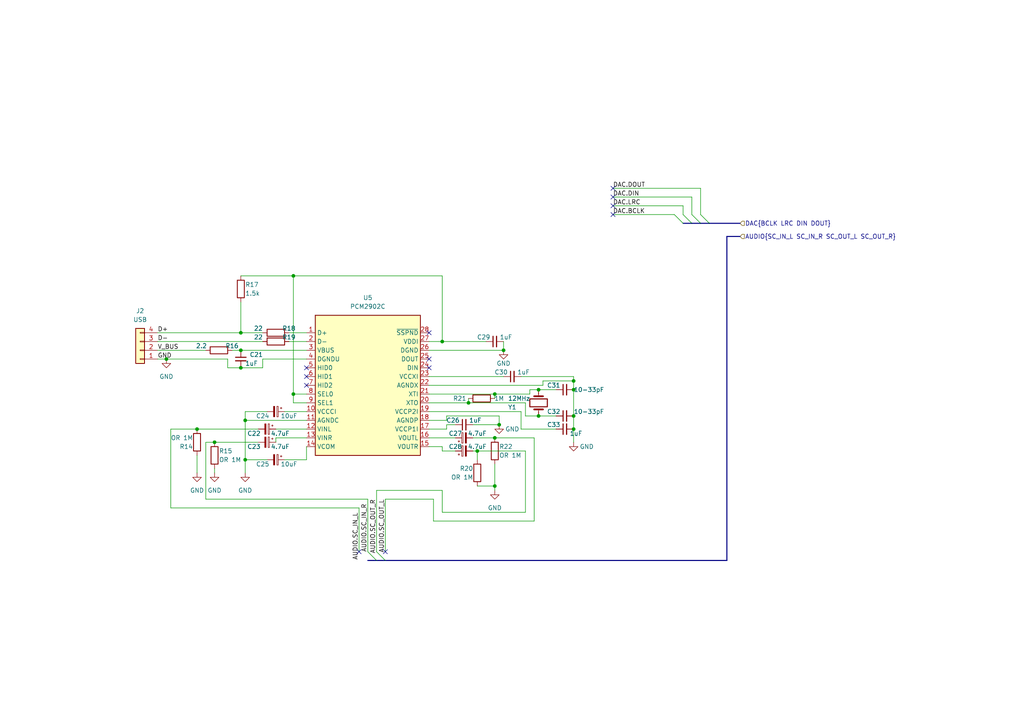
<source format=kicad_sch>
(kicad_sch (version 20211123) (generator eeschema)
  (paper "A4")
  (lib_symbols
    (symbol "Audio:PCM2902"
      (property "Reference" "U?" (at 2.0194 25.4 0))
      (property "Value" "PCM2902" (at 2.0194 22.86 0))
      (symbol "PCM2902_0_1"
        (rectangle (start -15.24 20.32) (end 15.24 -20.32) (stroke (width 0.254)) (fill (type background)))
      )
      (symbol "PCM2902_1_1"
        (pin bidirectional line (at -17.78 15.24 0) (length 2.54) (name "D+") (number "1"))
        (pin passive line (at -17.78 -7.62 0) (length 2.54) (name "VCCCI") (number "10"))
        (pin power_in line (at -17.78 -10.16 0) (length 2.54) (name "AGNDC") (number "11"))
        (pin input line (at -17.78 -12.7 0) (length 2.54) (name "VINL") (number "12"))
        (pin input line (at -17.78 -15.24 0) (length 2.54) (name "VINR") (number "13"))
        (pin passive line (at -17.78 -17.78 0) (length 2.54) (name "VCOM") (number "14"))
        (pin output line (at 17.78 -17.78 180) (length 2.54) (name "VOUTR") (number "15"))
        (pin output line (at 17.78 -15.24 180) (length 2.54) (name "VOUTL") (number "16"))
        (pin passive line (at 17.78 -12.7 180) (length 2.54) (name "VCCP1I") (number "17"))
        (pin power_in line (at 17.78 -10.16 180) (length 2.54) (name "AGNDP") (number "18"))
        (pin passive line (at 17.78 -7.62 180) (length 2.54) (name "VCCP2I") (number "19"))
        (pin bidirectional line (at -17.78 12.7 0) (length 2.54) (name "D-") (number "2"))
        (pin output line (at 17.78 -5.08 180) (length 2.54) (name "XTO") (number "20"))
        (pin input line (at 17.78 -2.54 180) (length 2.54) (name "XTI") (number "21"))
        (pin power_in line (at 17.78 0 180) (length 2.54) (name "AGNDX") (number "22"))
        (pin passive line (at 17.78 2.54 180) (length 2.54) (name "VCCXI") (number "23"))
        (pin input line (at 17.78 5.08 180) (length 2.54) (name "DIN") (number "24"))
        (pin output line (at 17.78 7.62 180) (length 2.54) (name "DOUT") (number "25"))
        (pin power_in line (at 17.78 10.16 180) (length 2.54) (name "DGND") (number "26"))
        (pin power_out line (at 17.78 12.7 180) (length 2.54) (name "VDDI") (number "27"))
        (pin output line (at 17.78 15.24 180) (length 2.54) (name "~{SSPND}") (number "28"))
        (pin power_in line (at -17.78 10.16 0) (length 2.54) (name "VBUS") (number "3"))
        (pin power_in line (at -17.78 7.62 0) (length 2.54) (name "DGNDU") (number "4"))
        (pin input line (at -17.78 5.08 0) (length 2.54) (name "HID0") (number "5"))
        (pin input line (at -17.78 2.54 0) (length 2.54) (name "HID1") (number "6"))
        (pin input line (at -17.78 0 0) (length 2.54) (name "HID2") (number "7"))
        (pin input line (at -17.78 -2.54 0) (length 2.54) (name "SEL0") (number "8"))
        (pin input line (at -17.78 -5.08 0) (length 2.54) (name "SEL1") (number "9"))
      )
    )
    (symbol "Connector_Generic:Conn_01x04" (pin_names (offset 1.016) hide)
      (property "Reference" "J" (at 0 5.08 0))
      (property "Value" "Conn_01x04" (at 0 -7.62 0))
      (symbol "Conn_01x04_1_1"
        (rectangle (start -1.27 -4.953) (end 0 -5.207) (stroke (width 0.1524)))
        (rectangle (start -1.27 -2.413) (end 0 -2.667) (stroke (width 0.1524)))
        (rectangle (start -1.27 0.127) (end 0 -0.127) (stroke (width 0.1524)))
        (rectangle (start -1.27 2.667) (end 0 2.413) (stroke (width 0.1524)))
        (rectangle (start -1.27 3.81) (end 1.27 -6.35) (stroke (width 0.254)) (fill (type background)))
        (pin passive line (at -5.08 2.54 0) (length 3.81) (name "Pin_1") (number "1"))
        (pin passive line (at -5.08 0 0) (length 3.81) (name "Pin_2") (number "2"))
        (pin passive line (at -5.08 -2.54 0) (length 3.81) (name "Pin_3") (number "3"))
        (pin passive line (at -5.08 -5.08 0) (length 3.81) (name "Pin_4") (number "4"))
      )
    )
    (symbol "Device:C_Polarized_Small" (pin_numbers hide) (pin_names (offset 0.254) hide)
      (property "Reference" "C" (at 0.254 1.778 0))
      (property "Value" "C_Polarized_Small" (at 0.254 -2.032 0))
      (symbol "C_Polarized_Small_0_1"
        (rectangle (start -1.524 -0.3048) (end 1.524 -0.6858) (fill (type outline)))
        (rectangle (start -1.524 0.6858) (end 1.524 0.3048))
        (polyline (pts (xy -1.27 1.524) (xy -0.762 1.524)))
        (polyline (pts (xy -1.016 1.27) (xy -1.016 1.778)))
      )
      (symbol "C_Polarized_Small_1_1"
        (pin passive line (at 0 2.54 270) (length 1.8542) (name "~") (number "1"))
        (pin passive line (at 0 -2.54 90) (length 1.8542) (name "~") (number "2"))
      )
    )
    (symbol "Device:C_Small" (pin_numbers hide) (pin_names (offset 0.254) hide)
      (property "Reference" "C" (at 0.254 1.778 0))
      (property "Value" "C_Small" (at 0.254 -2.032 0))
      (symbol "C_Small_0_1"
        (polyline (pts (xy -1.524 -0.508) (xy 1.524 -0.508)) (stroke (width 0.3302)))
        (polyline (pts (xy -1.524 0.508) (xy 1.524 0.508)) (stroke (width 0.3048)))
      )
      (symbol "C_Small_1_1"
        (pin passive line (at 0 2.54 270) (length 2.032) (name "~") (number "1"))
        (pin passive line (at 0 -2.54 90) (length 2.032) (name "~") (number "2"))
      )
    )
    (symbol "Device:Crystal" (pin_numbers hide) (pin_names (offset 1.016) hide)
      (property "Reference" "Y" (at 0 3.81 0))
      (property "Value" "Crystal" (at 0 -3.81 0))
      (symbol "Crystal_0_1"
        (rectangle (start -1.143 2.54) (end 1.143 -2.54) (stroke (width 0.3048)))
        (polyline (pts (xy -2.54 0) (xy -1.905 0)))
        (polyline (pts (xy -1.905 -1.27) (xy -1.905 1.27)) (stroke (width 0.508)))
        (polyline (pts (xy 1.905 -1.27) (xy 1.905 1.27)) (stroke (width 0.508)))
        (polyline (pts (xy 2.54 0) (xy 1.905 0)))
      )
      (symbol "Crystal_1_1"
        (pin passive line (at -3.81 0 0) (length 1.27) (name "1") (number "1"))
        (pin passive line (at 3.81 0 180) (length 1.27) (name "2") (number "2"))
      )
    )
    (symbol "Device:R" (pin_numbers hide) (pin_names (offset 0))
      (property "Reference" "R" (at 2.032 0 90))
      (property "Value" "R" (at 0 0 90))
      (symbol "R_0_1"
        (rectangle (start -1.016 -2.54) (end 1.016 2.54) (stroke (width 0.254)))
      )
      (symbol "R_1_1"
        (pin passive line (at 0 3.81 270) (length 1.27) (name "~") (number "1"))
        (pin passive line (at 0 -3.81 90) (length 1.27) (name "~") (number "2"))
      )
    )
    (symbol "power:GND" (power) (pin_names (offset 0))
      (property "Value" "GND" (at 0 -3.81 0))
      (symbol "GND_0_1"
        (polyline (pts (xy 0 0) (xy 0 -1.27) (xy 1.27 -1.27) (xy 0 -2.54) (xy -1.27 -1.27) (xy 0 -1.27)))
      )
      (symbol "GND_1_1"
        (pin power_in line (at 0 0 270) (length 0) hide (name "GND") (number "1"))
      )
    )
  )
  (junction (at 69.85 101.6))
  (junction (at 146.05 101.6))
  (junction (at 71.12 121.92))
  (junction (at 143.51 114.3))
  (junction (at 143.51 140.97))
  (junction (at 144.78 123.19))
  (junction (at 62.23 128.27))
  (junction (at 138.43 130.81))
  (junction (at 135.89 116.84))
  (junction (at 166.37 110.49))
  (junction (at 69.85 96.52))
  (junction (at 85.09 80.01))
  (junction (at 85.09 114.3))
  (junction (at 166.37 124.46))
  (junction (at 166.37 120.65))
  (junction (at 156.21 120.65))
  (junction (at 48.26 104.14))
  (junction (at 69.85 106.68))
  (junction (at 156.21 113.03))
  (junction (at 143.51 127))
  (junction (at 57.15 124.46))
  (junction (at 166.37 113.03))
  (junction (at 128.27 99.06))
  (junction (at 71.12 133.35))
  (no_connect (at 111.76 160.02))
  (no_connect (at 124.46 96.52))
  (no_connect (at 104.14 160.02))
  (no_connect (at 177.8 62.23))
  (no_connect (at 88.9 109.22))
  (no_connect (at 88.9 106.68))
  (no_connect (at 177.8 54.61))
  (no_connect (at 124.46 106.68))
  (no_connect (at 88.9 111.76))
  (no_connect (at 177.8 57.15))
  (no_connect (at 177.8 59.69))
  (no_connect (at 124.46 104.14))
  (bus_entry (at 203.2 64.77) (size -2.54 -2.54))
  (bus_entry (at 198.12 64.77) (size -2.54 -2.54))
  (bus_entry (at 200.66 64.77) (size -2.54 -2.54))
  (bus_entry (at 205.74 64.77) (size -2.54 -2.54))
  (bus_entry (at 109.22 162.56) (size -2.54 -2.54))
  (bus_entry (at 111.76 162.56) (size -2.54 -2.54))
  (wire (pts (xy 129.54 124.46) (xy 129.54 123.19)))
  (wire (pts (xy 59.69 128.27) (xy 59.69 144.78)))
  (wire (pts (xy 66.04 106.68) (xy 69.85 106.68)))
  (bus (pts (xy 198.12 64.77) (xy 200.66 64.77)))
  (wire (pts (xy 45.72 96.52) (xy 69.85 96.52)))
  (wire (pts (xy 124.46 111.76) (xy 157.48 111.76)))
  (wire (pts (xy 124.46 129.54) (xy 128.27 129.54)))
  (bus (pts (xy 111.76 162.56) (xy 109.22 162.56)))
  (wire (pts (xy 76.2 104.14) (xy 88.9 104.14)))
  (wire (pts (xy 151.13 124.46) (xy 161.29 124.46)))
  (wire (pts (xy 57.15 124.46) (xy 74.93 124.46)))
  (wire (pts (xy 80.01 127) (xy 88.9 127)))
  (wire (pts (xy 57.15 132.08) (xy 57.15 137.16)))
  (wire (pts (xy 152.4 130.81) (xy 152.4 148.59)))
  (wire (pts (xy 128.27 129.54) (xy 128.27 130.81)))
  (wire (pts (xy 124.46 124.46) (xy 129.54 124.46)))
  (wire (pts (xy 85.09 80.01) (xy 128.27 80.01)))
  (wire (pts (xy 129.54 121.92) (xy 129.54 120.65)))
  (wire (pts (xy 57.15 124.46) (xy 49.53 124.46)))
  (wire (pts (xy 80.01 128.27) (xy 80.01 127)))
  (wire (pts (xy 66.04 104.14) (xy 66.04 106.68)))
  (wire (pts (xy 143.51 134.62) (xy 143.51 140.97)))
  (wire (pts (xy 71.12 121.92) (xy 88.9 121.92)))
  (wire (pts (xy 69.85 80.01) (xy 85.09 80.01)))
  (wire (pts (xy 85.09 114.3) (xy 88.9 114.3)))
  (wire (pts (xy 124.46 121.92) (xy 129.54 121.92)))
  (wire (pts (xy 104.14 147.32) (xy 104.14 160.02)))
  (wire (pts (xy 85.09 114.3) (xy 85.09 116.84)))
  (wire (pts (xy 88.9 129.54) (xy 88.9 133.35)))
  (wire (pts (xy 166.37 109.22) (xy 166.37 110.49)))
  (bus (pts (xy 111.76 162.56) (xy 210.82 162.56)))
  (wire (pts (xy 88.9 116.84) (xy 85.09 116.84)))
  (wire (pts (xy 71.12 121.92) (xy 71.12 133.35)))
  (wire (pts (xy 157.48 111.76) (xy 157.48 110.49)))
  (wire (pts (xy 128.27 80.01) (xy 128.27 99.06)))
  (wire (pts (xy 166.37 113.03) (xy 166.37 120.65)))
  (wire (pts (xy 143.51 114.3) (xy 153.67 114.3)))
  (wire (pts (xy 124.46 109.22) (xy 146.05 109.22)))
  (wire (pts (xy 200.66 62.23) (xy 200.66 57.15)))
  (bus (pts (xy 109.22 162.56) (xy 106.68 162.56)))
  (wire (pts (xy 166.37 110.49) (xy 166.37 113.03)))
  (wire (pts (xy 124.46 127) (xy 132.08 127)))
  (wire (pts (xy 135.89 115.57) (xy 135.89 116.84)))
  (wire (pts (xy 49.53 147.32) (xy 104.14 147.32)))
  (wire (pts (xy 143.51 114.3) (xy 143.51 115.57)))
  (wire (pts (xy 198.12 59.69) (xy 177.8 59.69)))
  (wire (pts (xy 124.46 101.6) (xy 146.05 101.6)))
  (wire (pts (xy 125.73 151.13) (xy 154.94 151.13)))
  (wire (pts (xy 77.47 119.38) (xy 71.12 119.38)))
  (wire (pts (xy 198.12 62.23) (xy 198.12 59.69)))
  (wire (pts (xy 153.67 114.3) (xy 153.67 113.03)))
  (wire (pts (xy 157.48 110.49) (xy 166.37 110.49)))
  (wire (pts (xy 106.68 144.78) (xy 106.68 160.02)))
  (wire (pts (xy 69.85 96.52) (xy 76.2 96.52)))
  (bus (pts (xy 210.82 68.58) (xy 210.82 162.56)))
  (wire (pts (xy 156.21 120.65) (xy 161.29 120.65)))
  (wire (pts (xy 128.27 148.59) (xy 128.27 142.24)))
  (wire (pts (xy 125.73 144.78) (xy 125.73 151.13)))
  (wire (pts (xy 83.82 99.06) (xy 88.9 99.06)))
  (wire (pts (xy 138.43 130.81) (xy 152.4 130.81)))
  (bus (pts (xy 200.66 64.77) (xy 203.2 64.77)))
  (wire (pts (xy 69.85 87.63) (xy 69.85 96.52)))
  (wire (pts (xy 128.27 130.81) (xy 132.08 130.81)))
  (wire (pts (xy 166.37 120.65) (xy 166.37 124.46)))
  (wire (pts (xy 128.27 142.24) (xy 109.22 142.24)))
  (wire (pts (xy 143.51 140.97) (xy 143.51 142.24)))
  (wire (pts (xy 67.31 101.6) (xy 69.85 101.6)))
  (wire (pts (xy 152.4 120.65) (xy 156.21 120.65)))
  (wire (pts (xy 203.2 54.61) (xy 177.8 54.61)))
  (wire (pts (xy 144.78 120.65) (xy 144.78 123.19)))
  (wire (pts (xy 76.2 106.68) (xy 76.2 104.14)))
  (wire (pts (xy 83.82 96.52) (xy 88.9 96.52)))
  (wire (pts (xy 111.76 144.78) (xy 111.76 160.02)))
  (wire (pts (xy 109.22 142.24) (xy 109.22 160.02)))
  (wire (pts (xy 152.4 148.59) (xy 128.27 148.59)))
  (wire (pts (xy 69.85 106.68) (xy 76.2 106.68)))
  (wire (pts (xy 146.05 99.06) (xy 146.05 101.6)))
  (wire (pts (xy 85.09 80.01) (xy 85.09 114.3)))
  (wire (pts (xy 129.54 120.65) (xy 144.78 120.65)))
  (wire (pts (xy 71.12 133.35) (xy 77.47 133.35)))
  (wire (pts (xy 128.27 99.06) (xy 140.97 99.06)))
  (wire (pts (xy 62.23 128.27) (xy 74.93 128.27)))
  (wire (pts (xy 135.89 116.84) (xy 152.4 116.84)))
  (wire (pts (xy 153.67 113.03) (xy 156.21 113.03)))
  (wire (pts (xy 166.37 124.46) (xy 166.37 128.27)))
  (wire (pts (xy 154.94 151.13) (xy 154.94 127)))
  (wire (pts (xy 45.72 99.06) (xy 76.2 99.06)))
  (wire (pts (xy 59.69 144.78) (xy 106.68 144.78)))
  (wire (pts (xy 49.53 124.46) (xy 49.53 147.32)))
  (wire (pts (xy 124.46 99.06) (xy 128.27 99.06)))
  (bus (pts (xy 214.63 68.58) (xy 210.82 68.58)))
  (wire (pts (xy 156.21 113.03) (xy 161.29 113.03)))
  (wire (pts (xy 137.16 123.19) (xy 144.78 123.19)))
  (wire (pts (xy 177.8 62.23) (xy 195.58 62.23)))
  (wire (pts (xy 200.66 57.15) (xy 177.8 57.15)))
  (wire (pts (xy 138.43 133.35) (xy 138.43 130.81)))
  (wire (pts (xy 124.46 116.84) (xy 135.89 116.84)))
  (bus (pts (xy 203.2 64.77) (xy 205.74 64.77)))
  (bus (pts (xy 205.74 64.77) (xy 214.63 64.77)))
  (wire (pts (xy 129.54 123.19) (xy 132.08 123.19)))
  (wire (pts (xy 45.72 104.14) (xy 48.26 104.14)))
  (wire (pts (xy 152.4 116.84) (xy 152.4 120.65)))
  (wire (pts (xy 48.26 104.14) (xy 66.04 104.14)))
  (wire (pts (xy 88.9 133.35) (xy 82.55 133.35)))
  (wire (pts (xy 151.13 109.22) (xy 166.37 109.22)))
  (wire (pts (xy 80.01 124.46) (xy 88.9 124.46)))
  (wire (pts (xy 69.85 101.6) (xy 88.9 101.6)))
  (wire (pts (xy 137.16 130.81) (xy 138.43 130.81)))
  (wire (pts (xy 82.55 119.38) (xy 88.9 119.38)))
  (wire (pts (xy 124.46 119.38) (xy 151.13 119.38)))
  (wire (pts (xy 45.72 101.6) (xy 59.69 101.6)))
  (wire (pts (xy 203.2 62.23) (xy 203.2 54.61)))
  (wire (pts (xy 62.23 128.27) (xy 59.69 128.27)))
  (wire (pts (xy 138.43 140.97) (xy 143.51 140.97)))
  (wire (pts (xy 71.12 119.38) (xy 71.12 121.92)))
  (wire (pts (xy 111.76 144.78) (xy 125.73 144.78)))
  (wire (pts (xy 151.13 119.38) (xy 151.13 124.46)))
  (wire (pts (xy 143.51 127) (xy 154.94 127)))
  (wire (pts (xy 124.46 114.3) (xy 143.51 114.3)))
  (wire (pts (xy 137.16 127) (xy 143.51 127)))
  (wire (pts (xy 62.23 135.89) (xy 62.23 137.16)))
  (wire (pts (xy 71.12 133.35) (xy 71.12 137.16)))
  (label "AUDIO.SC_IN_R" (at 106.68 146.05 270))
  (label "AUDIO.SC_IN_L" (at 104.14 148.59 270))
  (label "AUDIO.SC_OUT_L" (at 111.76 144.78 270))
  (label "DAC.BCLK" (at 177.8 62.23 0))
  (label "D+" (at 45.72 96.52 0))
  (label "DAC.DIN" (at 177.8 57.15 0))
  (label "V_BUS" (at 45.72 101.6 0))
  (label "AUDIO.SC_OUT_R" (at 109.22 144.78 270))
  (label "DAC.LRC" (at 177.8 59.69 0))
  (label "D-" (at 45.72 99.06 0))
  (label "GND" (at 45.72 104.14 0))
  (label "DAC.DOUT" (at 177.8 54.61 0))
  (hierarchical_label "AUDIO{SC_IN_L SC_IN_R SC_OUT_L SC_OUT_R}" (shape input) (at 214.63 68.58 0))
  (hierarchical_label "DAC{BCLK LRC DIN DOUT}" (shape input) (at 214.63 64.77 0))
  (symbol (lib_id "power:GND") (at 146.05 101.6 0) (unit 1)
    (property "Reference" "#PWR0166" (effects hide))
    (property "Value" "GND" (at 146.05 105.41 0))
  )
  (symbol (lib_id "Device:R") (at 80.01 96.52 90) (unit 1)
    (property "Reference" "R18" (at 83.82 95.25 90))
    (property "Value" "22" (at 74.93 95.25 90))
  )
  (symbol (lib_id "Device:C_Small") (at 69.85 104.14 0) (unit 1)
    (property "Reference" "C21" (at 72.39 102.87 0) (effects (justify left)))
    (property "Value" "1uF" (at 71.12 105.41 0) (effects (justify left)))
    (property "Footprint" "Capacitor_SMD:C_0603_1608Metric_Pad1.08x0.95mm_HandSolder" (effects hide))
  )
  (symbol (lib_id "power:GND") (at 144.78 123.19 0) (unit 1)
    (property "Reference" "#PWR0165" (effects hide))
    (property "Value" "GND" (at 148.59 124.46 0))
  )
  (symbol (lib_id "power:GND") (at 62.23 137.16 0) (unit 1)
    (property "Reference" "#PWR0160" (effects hide))
    (property "Value" "GND" (at 62.23 142.24 0))
  )
  (symbol (lib_id "Device:R") (at 62.23 132.08 0) (unit 1)
    (property "Reference" "R15" (at 63.5 130.81 0) (effects (justify left)))
    (property "Value" "OR 1M" (at 63.5 133.35 0) (effects (justify left)))
  )
  (symbol (lib_id "Device:C_Polarized_Small") (at 80.01 119.38 270) (unit 1)
    (property "Reference" "C24" (at 76.2 120.65 90))
    (property "Value" "10uF" (at 83.82 120.65 90))
  )
  (symbol (lib_id "Device:R") (at 63.5 101.6 90) (unit 1)
    (property "Reference" "R16" (at 67.31 100.33 90))
    (property "Value" "2.2" (at 58.42 100.33 90))
  )
  (symbol (lib_id "Device:C_Small") (at 163.83 113.03 90) (unit 1)
    (property "Reference" "C31" (at 162.56 111.76 90) (effects (justify left)))
    (property "Value" "10-33pF" (at 175.26 113.03 90) (effects (justify left)))
  )
  (symbol (lib_id "Device:R") (at 69.85 83.82 0) (unit 1)
    (property "Reference" "R17" (at 71.12 82.55 0) (effects (justify left)))
    (property "Value" "1.5k" (at 71.12 85.09 0) (effects (justify left)))
  )
  (symbol (lib_id "power:GND") (at 48.26 104.14 0) (unit 1)
    (property "Reference" "#PWR0162" (effects hide))
    (property "Value" "GND" (at 48.26 109.22 0))
  )
  (symbol (lib_id "Device:C_Polarized_Small") (at 134.62 127 90) (unit 1)
    (property "Reference" "C27" (at 132.08 125.73 90))
    (property "Value" "4.7uF" (at 138.43 125.73 90))
  )
  (symbol (lib_id "power:GND") (at 57.15 137.16 0) (unit 1)
    (property "Reference" "#PWR0159" (effects hide))
    (property "Value" "GND" (at 57.15 142.24 0))
  )
  (symbol (lib_id "Device:C_Small") (at 163.83 124.46 90) (unit 1)
    (property "Reference" "C33" (at 162.56 123.19 90) (effects (justify left)))
    (property "Value" "1uF" (at 168.91 125.73 90) (effects (justify left)))
    (property "Footprint" "Capacitor_SMD:C_0603_1608Metric_Pad1.08x0.95mm_HandSolder" (effects hide))
  )
  (symbol (lib_id "Audio:PCM2902") (at 106.68 111.76 0) (unit 1)
    (property "Reference" "U5" (at 106.68 86.36 0))
    (property "Value" "PCM2902C" (at 106.68 88.9 0))
    (property "Footprint" "Package_SO:SSOP-28_5.3x10.2mm_P0.65mm" (effects hide))
    (property "Datasheet" "http://www.ti.com/lit/ds/symlink/pcm2902c.pdf" (effects hide))
  )
  (symbol (lib_id "Device:R") (at 139.7 115.57 90) (unit 1)
    (property "Reference" "R21" (at 133.35 115.57 90))
    (property "Value" "1M" (at 144.78 115.57 90))
  )
  (symbol (lib_id "Device:C_Small") (at 148.59 109.22 90) (unit 1)
    (property "Reference" "C30" (at 147.32 107.95 90) (effects (justify left)))
    (property "Value" "1uF" (at 153.67 107.95 90) (effects (justify left)))
    (property "Footprint" "Capacitor_SMD:C_0603_1608Metric_Pad1.08x0.95mm_HandSolder" (effects hide))
  )
  (symbol (lib_id "Device:Crystal") (at 156.21 116.84 90) (unit 1)
    (property "Reference" "Y1" (at 147.32 118.11 90) (effects (justify right)))
    (property "Value" "12MHz" (at 147.32 115.57 90) (effects (justify right)))
  )
  (symbol (lib_id "power:GND") (at 71.12 137.16 0) (unit 1)
    (property "Reference" "#PWR0161" (effects hide))
    (property "Value" "GND" (at 71.12 142.24 0))
  )
  (symbol (lib_id "Device:C_Small") (at 134.62 123.19 90) (unit 1)
    (property "Reference" "C26" (at 133.35 121.92 90) (effects (justify left)))
    (property "Value" "1uF" (at 139.7 121.92 90) (effects (justify left)))
    (property "Footprint" "Capacitor_SMD:C_0603_1608Metric_Pad1.08x0.95mm_HandSolder" (effects hide))
  )
  (symbol (lib_id "Device:R") (at 143.51 130.81 0) (unit 1)
    (property "Reference" "R22" (at 144.78 129.54 0) (effects (justify left)))
    (property "Value" "OR 1M" (at 144.78 132.08 0) (effects (justify left)))
  )
  (symbol (lib_id "Connector_Generic:Conn_01x04") (at 40.64 101.6 180) (unit 1)
    (property "Reference" "J2" (at 40.64 90.17 0))
    (property "Value" "USB" (at 40.64 92.71 0))
  )
  (symbol (lib_id "Device:C_Polarized_Small") (at 80.01 133.35 270) (unit 1)
    (property "Reference" "C25" (at 76.2 134.62 90))
    (property "Value" "10uF" (at 83.82 134.62 90))
  )
  (symbol (lib_id "Device:C_Polarized_Small") (at 77.47 124.46 270) (unit 1)
    (property "Reference" "C22" (at 73.66 125.73 90))
    (property "Value" "4.7uF" (at 81.28 125.73 90))
  )
  (symbol (lib_id "Device:R") (at 80.01 99.06 90) (unit 1)
    (property "Reference" "R19" (at 83.82 97.79 90))
    (property "Value" "22" (at 74.93 97.79 90))
  )
  (symbol (lib_id "Device:C_Polarized_Small") (at 134.62 130.81 90) (unit 1)
    (property "Reference" "C28" (at 132.08 129.54 90))
    (property "Value" "4.7uF" (at 138.43 129.54 90))
  )
  (symbol (lib_id "Device:C_Small") (at 143.51 99.06 90) (unit 1)
    (property "Reference" "C29" (at 142.24 97.79 90) (effects (justify left)))
    (property "Value" "1uF" (at 148.59 97.79 90) (effects (justify left)))
    (property "Footprint" "Capacitor_SMD:C_0603_1608Metric_Pad1.08x0.95mm_HandSolder" (effects hide))
  )
  (symbol (lib_id "power:GND") (at 166.37 128.27 0) (unit 1)
    (property "Reference" "#PWR0164" (effects hide))
    (property "Value" "GND" (at 170.18 129.54 0))
  )
  (symbol (lib_id "power:GND") (at 143.51 142.24 0) (unit 1)
    (property "Reference" "#PWR0163" (effects hide))
    (property "Value" "GND" (at 143.51 147.32 0))
  )
  (symbol (lib_id "Device:C_Polarized_Small") (at 77.47 128.27 270) (unit 1)
    (property "Reference" "C23" (at 73.66 129.54 90))
    (property "Value" "4.7uF" (at 81.28 129.54 90))
  )
  (symbol (lib_id "Device:R") (at 57.15 128.27 180) (unit 1)
    (property "Reference" "R14" (at 52.07 129.54 0) (effects (justify right)))
    (property "Value" "OR 1M" (at 49.53 127 0) (effects (justify right)))
  )
  (symbol (lib_id "Device:C_Small") (at 163.83 120.65 90) (unit 1)
    (property "Reference" "C32" (at 162.56 119.38 90) (effects (justify left)))
    (property "Value" "10-33pF" (at 175.26 119.38 90) (effects (justify left)))
  )
  (symbol (lib_id "Device:R") (at 138.43 137.16 0) (unit 1)
    (property "Reference" "R20" (at 133.35 135.89 0) (effects (justify left)))
    (property "Value" "OR 1M" (at 130.81 138.43 0) (effects (justify left)))
  )
)
</source>
